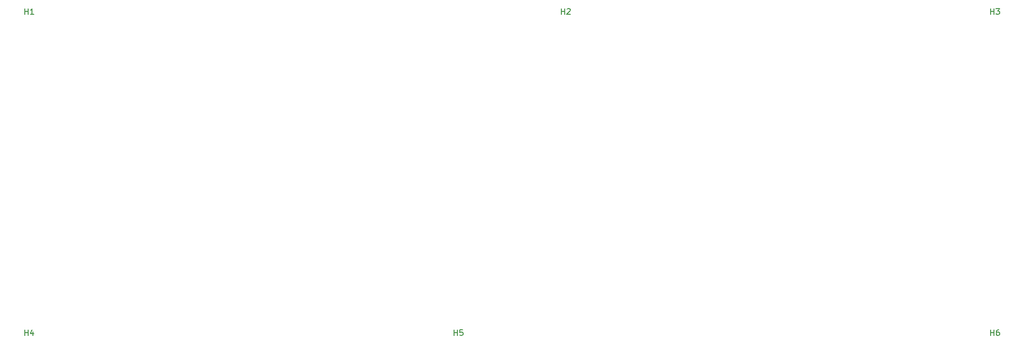
<source format=gbr>
%TF.GenerationSoftware,KiCad,Pcbnew,(6.0.8-1)-1*%
%TF.CreationDate,2024-01-21T20:57:45+01:00*%
%TF.ProjectId,keyboard-template-60,6b657962-6f61-4726-942d-74656d706c61,rev?*%
%TF.SameCoordinates,Original*%
%TF.FileFunction,Legend,Top*%
%TF.FilePolarity,Positive*%
%FSLAX46Y46*%
G04 Gerber Fmt 4.6, Leading zero omitted, Abs format (unit mm)*
G04 Created by KiCad (PCBNEW (6.0.8-1)-1) date 2024-01-21 20:57:45*
%MOMM*%
%LPD*%
G01*
G04 APERTURE LIST*
%ADD10C,0.150000*%
%ADD11C,3.048000*%
%ADD12C,3.987800*%
%ADD13C,2.600000*%
%ADD14C,4.400000*%
%ADD15C,1.750000*%
%ADD16C,3.300000*%
%ADD17C,0.650000*%
%ADD18O,1.000000X1.600000*%
%ADD19O,1.000000X2.100000*%
G04 APERTURE END LIST*
D10*
%TO.C,H6*%
X291338095Y-152827380D02*
X291338095Y-151827380D01*
X291338095Y-152303571D02*
X291909523Y-152303571D01*
X291909523Y-152827380D02*
X291909523Y-151827380D01*
X292814285Y-151827380D02*
X292623809Y-151827380D01*
X292528571Y-151875000D01*
X292480952Y-151922619D01*
X292385714Y-152065476D01*
X292338095Y-152255952D01*
X292338095Y-152636904D01*
X292385714Y-152732142D01*
X292433333Y-152779761D01*
X292528571Y-152827380D01*
X292719047Y-152827380D01*
X292814285Y-152779761D01*
X292861904Y-152732142D01*
X292909523Y-152636904D01*
X292909523Y-152398809D01*
X292861904Y-152303571D01*
X292814285Y-152255952D01*
X292719047Y-152208333D01*
X292528571Y-152208333D01*
X292433333Y-152255952D01*
X292385714Y-152303571D01*
X292338095Y-152398809D01*
%TO.C,H1*%
X119888095Y-95677380D02*
X119888095Y-94677380D01*
X119888095Y-95153571D02*
X120459523Y-95153571D01*
X120459523Y-95677380D02*
X120459523Y-94677380D01*
X121459523Y-95677380D02*
X120888095Y-95677380D01*
X121173809Y-95677380D02*
X121173809Y-94677380D01*
X121078571Y-94820238D01*
X120983333Y-94915476D01*
X120888095Y-94963095D01*
%TO.C,H4*%
X119888095Y-152827380D02*
X119888095Y-151827380D01*
X119888095Y-152303571D02*
X120459523Y-152303571D01*
X120459523Y-152827380D02*
X120459523Y-151827380D01*
X121364285Y-152160714D02*
X121364285Y-152827380D01*
X121126190Y-151779761D02*
X120888095Y-152494047D01*
X121507142Y-152494047D01*
%TO.C,H3*%
X291338095Y-95677380D02*
X291338095Y-94677380D01*
X291338095Y-95153571D02*
X291909523Y-95153571D01*
X291909523Y-95677380D02*
X291909523Y-94677380D01*
X292290476Y-94677380D02*
X292909523Y-94677380D01*
X292576190Y-95058333D01*
X292719047Y-95058333D01*
X292814285Y-95105952D01*
X292861904Y-95153571D01*
X292909523Y-95248809D01*
X292909523Y-95486904D01*
X292861904Y-95582142D01*
X292814285Y-95629761D01*
X292719047Y-95677380D01*
X292433333Y-95677380D01*
X292338095Y-95629761D01*
X292290476Y-95582142D01*
%TO.C,H5*%
X196088095Y-152827380D02*
X196088095Y-151827380D01*
X196088095Y-152303571D02*
X196659523Y-152303571D01*
X196659523Y-152827380D02*
X196659523Y-151827380D01*
X197611904Y-151827380D02*
X197135714Y-151827380D01*
X197088095Y-152303571D01*
X197135714Y-152255952D01*
X197230952Y-152208333D01*
X197469047Y-152208333D01*
X197564285Y-152255952D01*
X197611904Y-152303571D01*
X197659523Y-152398809D01*
X197659523Y-152636904D01*
X197611904Y-152732142D01*
X197564285Y-152779761D01*
X197469047Y-152827380D01*
X197230952Y-152827380D01*
X197135714Y-152779761D01*
X197088095Y-152732142D01*
%TO.C,H2*%
X215138095Y-95677380D02*
X215138095Y-94677380D01*
X215138095Y-95153571D02*
X215709523Y-95153571D01*
X215709523Y-95677380D02*
X215709523Y-94677380D01*
X216138095Y-94772619D02*
X216185714Y-94725000D01*
X216280952Y-94677380D01*
X216519047Y-94677380D01*
X216614285Y-94725000D01*
X216661904Y-94772619D01*
X216709523Y-94867857D01*
X216709523Y-94963095D01*
X216661904Y-95105952D01*
X216090476Y-95677380D01*
X216709523Y-95677380D01*
%TD*%
%LPC*%
D11*
%TO.C,S2*%
X246856250Y-172085000D03*
X223043750Y-172085000D03*
D12*
X246856250Y-156845000D03*
X223043750Y-156845000D03*
%TD*%
D13*
%TO.C,H6*%
X292100000Y-155575000D03*
D14*
X292100000Y-155575000D03*
%TD*%
D13*
%TO.C,H1*%
X120650000Y-98425000D03*
D14*
X120650000Y-98425000D03*
%TD*%
D13*
%TO.C,H4*%
X120650000Y-155575000D03*
D14*
X120650000Y-155575000D03*
%TD*%
D11*
%TO.C,S3*%
X263525000Y-172085000D03*
D12*
X263525000Y-156845000D03*
X149225000Y-156845000D03*
D11*
X149225000Y-172085000D03*
%TD*%
D12*
%TO.C,S1*%
X189706250Y-156845000D03*
D11*
X165893750Y-172085000D03*
D12*
X165893750Y-156845000D03*
D11*
X189706250Y-172085000D03*
%TD*%
D13*
%TO.C,H3*%
X292100000Y-98425000D03*
D14*
X292100000Y-98425000D03*
%TD*%
%TO.C,H5*%
X196850000Y-155575000D03*
D13*
X196850000Y-155575000D03*
%TD*%
D14*
%TO.C,H2*%
X215900000Y-98425000D03*
D13*
X215900000Y-98425000D03*
%TD*%
D15*
%TO.C,MX56*%
X268605000Y-146050000D03*
D12*
X263525000Y-146050000D03*
D15*
X258445000Y-146050000D03*
D16*
X259715000Y-143510000D03*
X266065000Y-140970000D03*
%TD*%
D12*
%TO.C,MX73*%
X301625000Y-165100000D03*
D15*
X296545000Y-165100000D03*
X306705000Y-165100000D03*
D16*
X297815000Y-162560000D03*
X304165000Y-160020000D03*
%TD*%
D15*
%TO.C,MX39*%
X225742500Y-127000000D03*
X215582500Y-127000000D03*
D12*
X220662500Y-127000000D03*
D16*
X224472500Y-129540000D03*
X218122500Y-132080000D03*
%TD*%
D15*
%TO.C,MX19*%
X134620000Y-107950000D03*
X144780000Y-107950000D03*
D12*
X139700000Y-107950000D03*
D16*
X135890000Y-105410000D03*
X142240000Y-102870000D03*
%TD*%
D15*
%TO.C,MX45*%
X342423750Y-127000000D03*
X332263750Y-127000000D03*
D12*
X337343750Y-127000000D03*
D16*
X333533750Y-124460000D03*
X339883750Y-121920000D03*
%TD*%
D15*
%TO.C,MX5*%
X144145000Y-88900000D03*
D12*
X149225000Y-88900000D03*
D15*
X154305000Y-88900000D03*
D16*
X145415000Y-86360000D03*
X151765000Y-83820000D03*
%TD*%
D15*
%TO.C,MX16*%
X72707500Y-107950000D03*
D12*
X77787500Y-107950000D03*
D15*
X82867500Y-107950000D03*
D16*
X73977500Y-105410000D03*
X80327500Y-102870000D03*
%TD*%
D15*
%TO.C,MX51*%
X163195000Y-146050000D03*
D12*
X168275000Y-146050000D03*
D15*
X173355000Y-146050000D03*
D16*
X164465000Y-143510000D03*
X170815000Y-140970000D03*
%TD*%
D15*
%TO.C,MX40*%
X234632500Y-127000000D03*
D12*
X239712500Y-127000000D03*
D15*
X244792500Y-127000000D03*
D16*
X235902500Y-124460000D03*
X242252500Y-121920000D03*
%TD*%
D15*
%TO.C,MX8*%
X211455000Y-88900000D03*
D12*
X206375000Y-88900000D03*
D15*
X201295000Y-88900000D03*
D16*
X202565000Y-86360000D03*
X208915000Y-83820000D03*
%TD*%
D15*
%TO.C,MX7*%
X182245000Y-88900000D03*
X192405000Y-88900000D03*
D12*
X187325000Y-88900000D03*
D16*
X183515000Y-86360000D03*
X189865000Y-83820000D03*
%TD*%
D15*
%TO.C,MX26*%
X248920000Y-107950000D03*
X259080000Y-107950000D03*
D12*
X254000000Y-107950000D03*
D16*
X250190000Y-105410000D03*
X256540000Y-102870000D03*
%TD*%
D15*
%TO.C,MX68*%
X201295000Y-165100000D03*
D12*
X206375000Y-165100000D03*
D15*
X211455000Y-165100000D03*
D16*
X202565000Y-162560000D03*
X208915000Y-160020000D03*
%TD*%
D15*
%TO.C,MX41*%
X253682500Y-127000000D03*
X263842500Y-127000000D03*
D12*
X258762500Y-127000000D03*
D16*
X254952500Y-124460000D03*
X261302500Y-121920000D03*
%TD*%
D15*
%TO.C,MX48*%
X106045000Y-146050000D03*
D12*
X111125000Y-146050000D03*
D15*
X116205000Y-146050000D03*
D16*
X107315000Y-143510000D03*
X113665000Y-140970000D03*
%TD*%
D12*
%TO.C,MX65*%
X149225000Y-165100000D03*
D15*
X154305000Y-165100000D03*
X144145000Y-165100000D03*
D16*
X145415000Y-162560000D03*
X151765000Y-160020000D03*
%TD*%
D15*
%TO.C,MX22*%
X191770000Y-107950000D03*
D12*
X196850000Y-107950000D03*
D15*
X201930000Y-107950000D03*
D16*
X193040000Y-105410000D03*
X199390000Y-102870000D03*
%TD*%
D15*
%TO.C,MX69*%
X240030000Y-165100000D03*
X229870000Y-165100000D03*
D12*
X234950000Y-165100000D03*
D16*
X231140000Y-162560000D03*
X237490000Y-160020000D03*
%TD*%
D15*
%TO.C,MX35*%
X159067500Y-127000000D03*
X148907500Y-127000000D03*
D12*
X153987500Y-127000000D03*
D16*
X150177500Y-124460000D03*
X156527500Y-121920000D03*
%TD*%
D12*
%TO.C,MX32*%
X96837500Y-127000000D03*
D15*
X101917500Y-127000000D03*
X91757500Y-127000000D03*
D16*
X93027500Y-124460000D03*
X99377500Y-121920000D03*
%TD*%
D12*
%TO.C,MX2*%
X92075000Y-88900000D03*
D15*
X86995000Y-88900000D03*
X97155000Y-88900000D03*
D16*
X95885000Y-91440000D03*
X89535000Y-93980000D03*
%TD*%
D15*
%TO.C,MX14*%
X315595000Y-88900000D03*
X325755000Y-88900000D03*
D12*
X320675000Y-88900000D03*
D16*
X316865000Y-86360000D03*
X323215000Y-83820000D03*
%TD*%
D12*
%TO.C,MX67*%
X177800000Y-165100000D03*
D15*
X182880000Y-165100000D03*
X172720000Y-165100000D03*
D16*
X173990000Y-162560000D03*
X180340000Y-160020000D03*
%TD*%
D12*
%TO.C,MX54*%
X225425000Y-146050000D03*
D15*
X230505000Y-146050000D03*
X220345000Y-146050000D03*
D16*
X221615000Y-143510000D03*
X227965000Y-140970000D03*
%TD*%
D15*
%TO.C,MX10*%
X239395000Y-88900000D03*
D12*
X244475000Y-88900000D03*
D15*
X249555000Y-88900000D03*
D16*
X240665000Y-86360000D03*
X247015000Y-83820000D03*
%TD*%
D12*
%TO.C,MX20*%
X158750000Y-107950000D03*
D15*
X163830000Y-107950000D03*
X153670000Y-107950000D03*
D16*
X154940000Y-105410000D03*
X161290000Y-102870000D03*
%TD*%
D15*
%TO.C,MX42*%
X272732500Y-127000000D03*
D12*
X277812500Y-127000000D03*
D15*
X282892500Y-127000000D03*
D16*
X274002500Y-124460000D03*
X280352500Y-121920000D03*
%TD*%
D12*
%TO.C,MX24*%
X215900000Y-107950000D03*
D15*
X220980000Y-107950000D03*
X210820000Y-107950000D03*
D16*
X212090000Y-105410000D03*
X218440000Y-102870000D03*
%TD*%
D15*
%TO.C,MX12*%
X287655000Y-88900000D03*
X277495000Y-88900000D03*
D12*
X282575000Y-88900000D03*
D16*
X278765000Y-86360000D03*
X285115000Y-83820000D03*
%TD*%
D17*
%TO.C,J1*%
X79110000Y-84800000D03*
X84890000Y-84800000D03*
D18*
X77680000Y-81150000D03*
D19*
X86320000Y-85330000D03*
X77680000Y-85330000D03*
D18*
X86320000Y-81150000D03*
%TD*%
D15*
%TO.C,MX46*%
X78105000Y-146050000D03*
D12*
X73025000Y-146050000D03*
D15*
X67945000Y-146050000D03*
D16*
X69215000Y-143510000D03*
X75565000Y-140970000D03*
%TD*%
D15*
%TO.C,MX15*%
X334645000Y-88900000D03*
X344805000Y-88900000D03*
D12*
X339725000Y-88900000D03*
D16*
X335915000Y-86360000D03*
X342265000Y-83820000D03*
%TD*%
D12*
%TO.C,MX50*%
X149225000Y-146050000D03*
D15*
X144145000Y-146050000D03*
X154305000Y-146050000D03*
D16*
X145415000Y-143510000D03*
X151765000Y-140970000D03*
%TD*%
D12*
%TO.C,MX1*%
X73025000Y-88900000D03*
D15*
X67945000Y-88900000D03*
X78105000Y-88900000D03*
D16*
X76835000Y-91440000D03*
X70485000Y-93980000D03*
%TD*%
D15*
%TO.C,MX71*%
X268605000Y-165100000D03*
D12*
X263525000Y-165100000D03*
D15*
X258445000Y-165100000D03*
D16*
X259715000Y-162560000D03*
X266065000Y-160020000D03*
%TD*%
D12*
%TO.C,MX29*%
X311150000Y-107950000D03*
D15*
X306070000Y-107950000D03*
X316230000Y-107950000D03*
D16*
X307340000Y-105410000D03*
X313690000Y-102870000D03*
%TD*%
D12*
%TO.C,MX57*%
X282575000Y-146050000D03*
D15*
X277495000Y-146050000D03*
X287655000Y-146050000D03*
D16*
X278765000Y-143510000D03*
X285115000Y-140970000D03*
%TD*%
D12*
%TO.C,MX18*%
X120650000Y-107950000D03*
D15*
X115570000Y-107950000D03*
X125730000Y-107950000D03*
D16*
X116840000Y-105410000D03*
X123190000Y-102870000D03*
%TD*%
D15*
%TO.C,MX31*%
X80486250Y-127000000D03*
D12*
X75406250Y-127000000D03*
D15*
X70326250Y-127000000D03*
D16*
X71596250Y-124460000D03*
X77946250Y-121920000D03*
%TD*%
D15*
%TO.C,MX44*%
X310832500Y-127000000D03*
D12*
X315912500Y-127000000D03*
D15*
X320992500Y-127000000D03*
D16*
X312102500Y-124460000D03*
X318452500Y-121920000D03*
%TD*%
D12*
%TO.C,MX21*%
X177800000Y-107950000D03*
D15*
X172720000Y-107950000D03*
X182880000Y-107950000D03*
D16*
X173990000Y-105410000D03*
X180340000Y-102870000D03*
%TD*%
D12*
%TO.C,MX59*%
X320675000Y-146050000D03*
D15*
X325755000Y-146050000D03*
X315595000Y-146050000D03*
D16*
X316865000Y-143510000D03*
X323215000Y-140970000D03*
%TD*%
D12*
%TO.C,MX43*%
X296862500Y-127000000D03*
D15*
X291782500Y-127000000D03*
X301942500Y-127000000D03*
D16*
X293052500Y-124460000D03*
X299402500Y-121920000D03*
%TD*%
D15*
%TO.C,MX75*%
X334645000Y-165100000D03*
X344805000Y-165100000D03*
D12*
X339725000Y-165100000D03*
D16*
X335915000Y-162560000D03*
X342265000Y-160020000D03*
%TD*%
D15*
%TO.C,MX36*%
X167957500Y-127000000D03*
D12*
X173037500Y-127000000D03*
D15*
X178117500Y-127000000D03*
D16*
X169227500Y-124460000D03*
X175577500Y-121920000D03*
%TD*%
D15*
%TO.C,MX11*%
X268605000Y-88900000D03*
D12*
X263525000Y-88900000D03*
D15*
X258445000Y-88900000D03*
D16*
X259715000Y-86360000D03*
X266065000Y-83820000D03*
%TD*%
D12*
%TO.C,MX61*%
X73025000Y-165100000D03*
D15*
X78105000Y-165100000D03*
X67945000Y-165100000D03*
D16*
X69215000Y-162560000D03*
X75565000Y-160020000D03*
%TD*%
D15*
%TO.C,MX27*%
X278130000Y-107950000D03*
X267970000Y-107950000D03*
D12*
X273050000Y-107950000D03*
D16*
X269240000Y-105410000D03*
X275590000Y-102870000D03*
%TD*%
D12*
%TO.C,MX47*%
X92075000Y-146050000D03*
D15*
X86995000Y-146050000D03*
X97155000Y-146050000D03*
D16*
X88265000Y-143510000D03*
X94615000Y-140970000D03*
%TD*%
D12*
%TO.C,MX3*%
X111125000Y-88900000D03*
D15*
X116205000Y-88900000D03*
X106045000Y-88900000D03*
D16*
X107315000Y-86360000D03*
X113665000Y-83820000D03*
%TD*%
D15*
%TO.C,MX33*%
X110807500Y-127000000D03*
X120967500Y-127000000D03*
D12*
X115887500Y-127000000D03*
D16*
X112077500Y-124460000D03*
X118427500Y-121920000D03*
%TD*%
D12*
%TO.C,MX49*%
X130175000Y-146050000D03*
D15*
X125095000Y-146050000D03*
X135255000Y-146050000D03*
D16*
X126365000Y-143510000D03*
X132715000Y-140970000D03*
%TD*%
D15*
%TO.C,MX39_2*%
X213201250Y-127000000D03*
X223361250Y-127000000D03*
D12*
X218281250Y-127000000D03*
D16*
X214471250Y-124460000D03*
X220821250Y-121920000D03*
%TD*%
D15*
%TO.C,MX64*%
X125095000Y-165100000D03*
D12*
X130175000Y-165100000D03*
D15*
X135255000Y-165100000D03*
D16*
X126365000Y-162560000D03*
X132715000Y-160020000D03*
%TD*%
D15*
%TO.C,MX60*%
X344805000Y-146050000D03*
D12*
X339725000Y-146050000D03*
D15*
X334645000Y-146050000D03*
D16*
X335915000Y-143510000D03*
X342265000Y-140970000D03*
%TD*%
D15*
%TO.C,MX13*%
X296545000Y-88900000D03*
X306705000Y-88900000D03*
D12*
X301625000Y-88900000D03*
D16*
X297815000Y-86360000D03*
X304165000Y-83820000D03*
%TD*%
D15*
%TO.C,MX9*%
X220345000Y-88900000D03*
X230505000Y-88900000D03*
D12*
X225425000Y-88900000D03*
D16*
X221615000Y-86360000D03*
X227965000Y-83820000D03*
%TD*%
D12*
%TO.C,MX34*%
X134937500Y-127000000D03*
D15*
X129857500Y-127000000D03*
X140017500Y-127000000D03*
D16*
X131127500Y-124460000D03*
X137477500Y-121920000D03*
%TD*%
D12*
%TO.C,MX63*%
X111125000Y-165100000D03*
D15*
X116205000Y-165100000D03*
X106045000Y-165100000D03*
D16*
X107315000Y-162560000D03*
X113665000Y-160020000D03*
%TD*%
D12*
%TO.C,MX53*%
X206375000Y-146050000D03*
D15*
X201295000Y-146050000D03*
X211455000Y-146050000D03*
D16*
X202565000Y-143510000D03*
X208915000Y-140970000D03*
%TD*%
D15*
%TO.C,MX37_2*%
X189388750Y-127000000D03*
D12*
X194468750Y-127000000D03*
D15*
X199548750Y-127000000D03*
D16*
X198278750Y-129540000D03*
X191928750Y-132080000D03*
%TD*%
D15*
%TO.C,MX74*%
X325755000Y-165100000D03*
D12*
X320675000Y-165100000D03*
D15*
X315595000Y-165100000D03*
D16*
X316865000Y-162560000D03*
X323215000Y-160020000D03*
%TD*%
D15*
%TO.C,MX4*%
X125095000Y-88900000D03*
X135255000Y-88900000D03*
D12*
X130175000Y-88900000D03*
D16*
X126365000Y-86360000D03*
X132715000Y-83820000D03*
%TD*%
D15*
%TO.C,MX52*%
X182245000Y-146050000D03*
X192405000Y-146050000D03*
D12*
X187325000Y-146050000D03*
D16*
X183515000Y-143510000D03*
X189865000Y-140970000D03*
%TD*%
D15*
%TO.C,MX55*%
X249555000Y-146050000D03*
X239395000Y-146050000D03*
D12*
X244475000Y-146050000D03*
D16*
X240665000Y-143510000D03*
X247015000Y-140970000D03*
%TD*%
D15*
%TO.C,MX25*%
X240030000Y-107950000D03*
X229870000Y-107950000D03*
D12*
X234950000Y-107950000D03*
D16*
X231140000Y-105410000D03*
X237490000Y-102870000D03*
%TD*%
D15*
%TO.C,MX72*%
X277495000Y-165100000D03*
D12*
X282575000Y-165100000D03*
D15*
X287655000Y-165100000D03*
D16*
X278765000Y-162560000D03*
X285115000Y-160020000D03*
%TD*%
D15*
%TO.C,MX30*%
X340042500Y-107950000D03*
D12*
X334962500Y-107950000D03*
D15*
X329882500Y-107950000D03*
D16*
X331152500Y-105410000D03*
X337502500Y-102870000D03*
%TD*%
D15*
%TO.C,MX58*%
X306705000Y-146050000D03*
X296545000Y-146050000D03*
D12*
X301625000Y-146050000D03*
D16*
X297815000Y-143510000D03*
X304165000Y-140970000D03*
%TD*%
D12*
%TO.C,MX17*%
X101600000Y-107950000D03*
D15*
X106680000Y-107950000D03*
X96520000Y-107950000D03*
D16*
X97790000Y-105410000D03*
X104140000Y-102870000D03*
%TD*%
D12*
%TO.C,MX28*%
X292100000Y-107950000D03*
D15*
X287020000Y-107950000D03*
X297180000Y-107950000D03*
D16*
X288290000Y-105410000D03*
X294640000Y-102870000D03*
%TD*%
D15*
%TO.C,MX37*%
X197167500Y-127000000D03*
D12*
X192087500Y-127000000D03*
D15*
X187007500Y-127000000D03*
D16*
X188277500Y-124460000D03*
X194627500Y-121920000D03*
%TD*%
D12*
%TO.C,MX62*%
X92075000Y-165100000D03*
D15*
X86995000Y-165100000D03*
X97155000Y-165100000D03*
D16*
X88265000Y-162560000D03*
X94615000Y-160020000D03*
%TD*%
D12*
%TO.C,MX6*%
X168275000Y-88900000D03*
D15*
X163195000Y-88900000D03*
X173355000Y-88900000D03*
D16*
X164465000Y-86360000D03*
X170815000Y-83820000D03*
%TD*%
M02*

</source>
